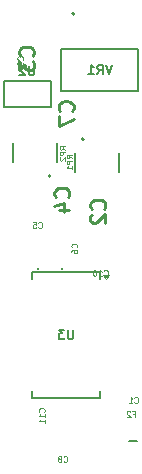
<source format=gbr>
%TF.GenerationSoftware,KiCad,Pcbnew,8.0.2*%
%TF.CreationDate,2024-06-13T12:09:12+05:30*%
%TF.ProjectId,arduino nano,61726475-696e-46f2-906e-616e6f2e6b69,rev?*%
%TF.SameCoordinates,Original*%
%TF.FileFunction,Legend,Bot*%
%TF.FilePolarity,Positive*%
%FSLAX46Y46*%
G04 Gerber Fmt 4.6, Leading zero omitted, Abs format (unit mm)*
G04 Created by KiCad (PCBNEW 8.0.2) date 2024-06-13 12:09:12*
%MOMM*%
%LPD*%
G01*
G04 APERTURE LIST*
%ADD10C,0.254000*%
%ADD11C,0.120000*%
%ADD12C,0.150000*%
%ADD13C,0.125000*%
%ADD14C,0.127000*%
%ADD15C,0.200000*%
G04 APERTURE END LIST*
D10*
X145903365Y-90538333D02*
X145963842Y-90477857D01*
X145963842Y-90477857D02*
X146024318Y-90296428D01*
X146024318Y-90296428D02*
X146024318Y-90175476D01*
X146024318Y-90175476D02*
X145963842Y-89994047D01*
X145963842Y-89994047D02*
X145842889Y-89873095D01*
X145842889Y-89873095D02*
X145721937Y-89812618D01*
X145721937Y-89812618D02*
X145480032Y-89752142D01*
X145480032Y-89752142D02*
X145298603Y-89752142D01*
X145298603Y-89752142D02*
X145056699Y-89812618D01*
X145056699Y-89812618D02*
X144935746Y-89873095D01*
X144935746Y-89873095D02*
X144814794Y-89994047D01*
X144814794Y-89994047D02*
X144754318Y-90175476D01*
X144754318Y-90175476D02*
X144754318Y-90296428D01*
X144754318Y-90296428D02*
X144814794Y-90477857D01*
X144814794Y-90477857D02*
X144875270Y-90538333D01*
X144754318Y-90961666D02*
X144754318Y-91747857D01*
X144754318Y-91747857D02*
X145238127Y-91324523D01*
X145238127Y-91324523D02*
X145238127Y-91505952D01*
X145238127Y-91505952D02*
X145298603Y-91626904D01*
X145298603Y-91626904D02*
X145359080Y-91687380D01*
X145359080Y-91687380D02*
X145480032Y-91747857D01*
X145480032Y-91747857D02*
X145782413Y-91747857D01*
X145782413Y-91747857D02*
X145903365Y-91687380D01*
X145903365Y-91687380D02*
X145963842Y-91626904D01*
X145963842Y-91626904D02*
X146024318Y-91505952D01*
X146024318Y-91505952D02*
X146024318Y-91143095D01*
X146024318Y-91143095D02*
X145963842Y-91022142D01*
X145963842Y-91022142D02*
X145903365Y-90961666D01*
D11*
X148670617Y-98476000D02*
X148442045Y-98316000D01*
X148670617Y-98201714D02*
X148190617Y-98201714D01*
X148190617Y-98201714D02*
X148190617Y-98384571D01*
X148190617Y-98384571D02*
X148213474Y-98430286D01*
X148213474Y-98430286D02*
X148236331Y-98453143D01*
X148236331Y-98453143D02*
X148282045Y-98476000D01*
X148282045Y-98476000D02*
X148350617Y-98476000D01*
X148350617Y-98476000D02*
X148396331Y-98453143D01*
X148396331Y-98453143D02*
X148419188Y-98430286D01*
X148419188Y-98430286D02*
X148442045Y-98384571D01*
X148442045Y-98384571D02*
X148442045Y-98201714D01*
X148670617Y-98681714D02*
X148190617Y-98681714D01*
X148190617Y-98681714D02*
X148190617Y-98864571D01*
X148190617Y-98864571D02*
X148213474Y-98910286D01*
X148213474Y-98910286D02*
X148236331Y-98933143D01*
X148236331Y-98933143D02*
X148282045Y-98956000D01*
X148282045Y-98956000D02*
X148350617Y-98956000D01*
X148350617Y-98956000D02*
X148396331Y-98933143D01*
X148396331Y-98933143D02*
X148419188Y-98910286D01*
X148419188Y-98910286D02*
X148442045Y-98864571D01*
X148442045Y-98864571D02*
X148442045Y-98681714D01*
X148236331Y-99138857D02*
X148213474Y-99161714D01*
X148213474Y-99161714D02*
X148190617Y-99207429D01*
X148190617Y-99207429D02*
X148190617Y-99321714D01*
X148190617Y-99321714D02*
X148213474Y-99367429D01*
X148213474Y-99367429D02*
X148236331Y-99390286D01*
X148236331Y-99390286D02*
X148282045Y-99413143D01*
X148282045Y-99413143D02*
X148327760Y-99413143D01*
X148327760Y-99413143D02*
X148396331Y-99390286D01*
X148396331Y-99390286D02*
X148670617Y-99116000D01*
X148670617Y-99116000D02*
X148670617Y-99413143D01*
D12*
X152647618Y-91297295D02*
X152380951Y-92097295D01*
X152380951Y-92097295D02*
X152114285Y-91297295D01*
X151390475Y-92097295D02*
X151657142Y-91716342D01*
X151847618Y-92097295D02*
X151847618Y-91297295D01*
X151847618Y-91297295D02*
X151542856Y-91297295D01*
X151542856Y-91297295D02*
X151466666Y-91335390D01*
X151466666Y-91335390D02*
X151428571Y-91373485D01*
X151428571Y-91373485D02*
X151390475Y-91449676D01*
X151390475Y-91449676D02*
X151390475Y-91563961D01*
X151390475Y-91563961D02*
X151428571Y-91640152D01*
X151428571Y-91640152D02*
X151466666Y-91678247D01*
X151466666Y-91678247D02*
X151542856Y-91716342D01*
X151542856Y-91716342D02*
X151847618Y-91716342D01*
X150628571Y-92097295D02*
X151085714Y-92097295D01*
X150857142Y-92097295D02*
X150857142Y-91297295D01*
X150857142Y-91297295D02*
X150933333Y-91411580D01*
X150933333Y-91411580D02*
X151009523Y-91487771D01*
X151009523Y-91487771D02*
X151085714Y-91525866D01*
D13*
X145077190Y-90866666D02*
X145101000Y-90842857D01*
X145101000Y-90842857D02*
X145124809Y-90771428D01*
X145124809Y-90771428D02*
X145124809Y-90723809D01*
X145124809Y-90723809D02*
X145101000Y-90652381D01*
X145101000Y-90652381D02*
X145053380Y-90604762D01*
X145053380Y-90604762D02*
X145005761Y-90580952D01*
X145005761Y-90580952D02*
X144910523Y-90557143D01*
X144910523Y-90557143D02*
X144839095Y-90557143D01*
X144839095Y-90557143D02*
X144743857Y-90580952D01*
X144743857Y-90580952D02*
X144696238Y-90604762D01*
X144696238Y-90604762D02*
X144648619Y-90652381D01*
X144648619Y-90652381D02*
X144624809Y-90723809D01*
X144624809Y-90723809D02*
X144624809Y-90771428D01*
X144624809Y-90771428D02*
X144648619Y-90842857D01*
X144648619Y-90842857D02*
X144672428Y-90866666D01*
X145124809Y-91104762D02*
X145124809Y-91200000D01*
X145124809Y-91200000D02*
X145101000Y-91247619D01*
X145101000Y-91247619D02*
X145077190Y-91271428D01*
X145077190Y-91271428D02*
X145005761Y-91319047D01*
X145005761Y-91319047D02*
X144910523Y-91342857D01*
X144910523Y-91342857D02*
X144720047Y-91342857D01*
X144720047Y-91342857D02*
X144672428Y-91319047D01*
X144672428Y-91319047D02*
X144648619Y-91295238D01*
X144648619Y-91295238D02*
X144624809Y-91247619D01*
X144624809Y-91247619D02*
X144624809Y-91152381D01*
X144624809Y-91152381D02*
X144648619Y-91104762D01*
X144648619Y-91104762D02*
X144672428Y-91080952D01*
X144672428Y-91080952D02*
X144720047Y-91057143D01*
X144720047Y-91057143D02*
X144839095Y-91057143D01*
X144839095Y-91057143D02*
X144886714Y-91080952D01*
X144886714Y-91080952D02*
X144910523Y-91104762D01*
X144910523Y-91104762D02*
X144934333Y-91152381D01*
X144934333Y-91152381D02*
X144934333Y-91247619D01*
X144934333Y-91247619D02*
X144910523Y-91295238D01*
X144910523Y-91295238D02*
X144886714Y-91319047D01*
X144886714Y-91319047D02*
X144839095Y-91342857D01*
X154533333Y-119877190D02*
X154557142Y-119901000D01*
X154557142Y-119901000D02*
X154628571Y-119924809D01*
X154628571Y-119924809D02*
X154676190Y-119924809D01*
X154676190Y-119924809D02*
X154747618Y-119901000D01*
X154747618Y-119901000D02*
X154795237Y-119853380D01*
X154795237Y-119853380D02*
X154819047Y-119805761D01*
X154819047Y-119805761D02*
X154842856Y-119710523D01*
X154842856Y-119710523D02*
X154842856Y-119639095D01*
X154842856Y-119639095D02*
X154819047Y-119543857D01*
X154819047Y-119543857D02*
X154795237Y-119496238D01*
X154795237Y-119496238D02*
X154747618Y-119448619D01*
X154747618Y-119448619D02*
X154676190Y-119424809D01*
X154676190Y-119424809D02*
X154628571Y-119424809D01*
X154628571Y-119424809D02*
X154557142Y-119448619D01*
X154557142Y-119448619D02*
X154533333Y-119472428D01*
X154057142Y-119924809D02*
X154342856Y-119924809D01*
X154199999Y-119924809D02*
X154199999Y-119424809D01*
X154199999Y-119424809D02*
X154247618Y-119496238D01*
X154247618Y-119496238D02*
X154295237Y-119543857D01*
X154295237Y-119543857D02*
X154342856Y-119567666D01*
X146403333Y-105067190D02*
X146427142Y-105091000D01*
X146427142Y-105091000D02*
X146498571Y-105114809D01*
X146498571Y-105114809D02*
X146546190Y-105114809D01*
X146546190Y-105114809D02*
X146617618Y-105091000D01*
X146617618Y-105091000D02*
X146665237Y-105043380D01*
X146665237Y-105043380D02*
X146689047Y-104995761D01*
X146689047Y-104995761D02*
X146712856Y-104900523D01*
X146712856Y-104900523D02*
X146712856Y-104829095D01*
X146712856Y-104829095D02*
X146689047Y-104733857D01*
X146689047Y-104733857D02*
X146665237Y-104686238D01*
X146665237Y-104686238D02*
X146617618Y-104638619D01*
X146617618Y-104638619D02*
X146546190Y-104614809D01*
X146546190Y-104614809D02*
X146498571Y-104614809D01*
X146498571Y-104614809D02*
X146427142Y-104638619D01*
X146427142Y-104638619D02*
X146403333Y-104662428D01*
X145950952Y-104614809D02*
X146189047Y-104614809D01*
X146189047Y-104614809D02*
X146212856Y-104852904D01*
X146212856Y-104852904D02*
X146189047Y-104829095D01*
X146189047Y-104829095D02*
X146141428Y-104805285D01*
X146141428Y-104805285D02*
X146022380Y-104805285D01*
X146022380Y-104805285D02*
X145974761Y-104829095D01*
X145974761Y-104829095D02*
X145950952Y-104852904D01*
X145950952Y-104852904D02*
X145927142Y-104900523D01*
X145927142Y-104900523D02*
X145927142Y-105019571D01*
X145927142Y-105019571D02*
X145950952Y-105067190D01*
X145950952Y-105067190D02*
X145974761Y-105091000D01*
X145974761Y-105091000D02*
X146022380Y-105114809D01*
X146022380Y-105114809D02*
X146141428Y-105114809D01*
X146141428Y-105114809D02*
X146189047Y-105091000D01*
X146189047Y-105091000D02*
X146212856Y-105067190D01*
X151971428Y-109127190D02*
X151995237Y-109151000D01*
X151995237Y-109151000D02*
X152066666Y-109174809D01*
X152066666Y-109174809D02*
X152114285Y-109174809D01*
X152114285Y-109174809D02*
X152185713Y-109151000D01*
X152185713Y-109151000D02*
X152233332Y-109103380D01*
X152233332Y-109103380D02*
X152257142Y-109055761D01*
X152257142Y-109055761D02*
X152280951Y-108960523D01*
X152280951Y-108960523D02*
X152280951Y-108889095D01*
X152280951Y-108889095D02*
X152257142Y-108793857D01*
X152257142Y-108793857D02*
X152233332Y-108746238D01*
X152233332Y-108746238D02*
X152185713Y-108698619D01*
X152185713Y-108698619D02*
X152114285Y-108674809D01*
X152114285Y-108674809D02*
X152066666Y-108674809D01*
X152066666Y-108674809D02*
X151995237Y-108698619D01*
X151995237Y-108698619D02*
X151971428Y-108722428D01*
X151495237Y-109174809D02*
X151780951Y-109174809D01*
X151638094Y-109174809D02*
X151638094Y-108674809D01*
X151638094Y-108674809D02*
X151685713Y-108746238D01*
X151685713Y-108746238D02*
X151733332Y-108793857D01*
X151733332Y-108793857D02*
X151780951Y-108817666D01*
X151185714Y-108674809D02*
X151138095Y-108674809D01*
X151138095Y-108674809D02*
X151090476Y-108698619D01*
X151090476Y-108698619D02*
X151066666Y-108722428D01*
X151066666Y-108722428D02*
X151042857Y-108770047D01*
X151042857Y-108770047D02*
X151019047Y-108865285D01*
X151019047Y-108865285D02*
X151019047Y-108984333D01*
X151019047Y-108984333D02*
X151042857Y-109079571D01*
X151042857Y-109079571D02*
X151066666Y-109127190D01*
X151066666Y-109127190D02*
X151090476Y-109151000D01*
X151090476Y-109151000D02*
X151138095Y-109174809D01*
X151138095Y-109174809D02*
X151185714Y-109174809D01*
X151185714Y-109174809D02*
X151233333Y-109151000D01*
X151233333Y-109151000D02*
X151257142Y-109127190D01*
X151257142Y-109127190D02*
X151280952Y-109079571D01*
X151280952Y-109079571D02*
X151304761Y-108984333D01*
X151304761Y-108984333D02*
X151304761Y-108865285D01*
X151304761Y-108865285D02*
X151280952Y-108770047D01*
X151280952Y-108770047D02*
X151257142Y-108722428D01*
X151257142Y-108722428D02*
X151233333Y-108698619D01*
X151233333Y-108698619D02*
X151185714Y-108674809D01*
D12*
X146034523Y-91387295D02*
X146034523Y-92034914D01*
X146034523Y-92034914D02*
X145996428Y-92111104D01*
X145996428Y-92111104D02*
X145958333Y-92149200D01*
X145958333Y-92149200D02*
X145882142Y-92187295D01*
X145882142Y-92187295D02*
X145729761Y-92187295D01*
X145729761Y-92187295D02*
X145653571Y-92149200D01*
X145653571Y-92149200D02*
X145615476Y-92111104D01*
X145615476Y-92111104D02*
X145577380Y-92034914D01*
X145577380Y-92034914D02*
X145577380Y-91387295D01*
X145234524Y-91463485D02*
X145196428Y-91425390D01*
X145196428Y-91425390D02*
X145120238Y-91387295D01*
X145120238Y-91387295D02*
X144929762Y-91387295D01*
X144929762Y-91387295D02*
X144853571Y-91425390D01*
X144853571Y-91425390D02*
X144815476Y-91463485D01*
X144815476Y-91463485D02*
X144777381Y-91539676D01*
X144777381Y-91539676D02*
X144777381Y-91615866D01*
X144777381Y-91615866D02*
X144815476Y-91730152D01*
X144815476Y-91730152D02*
X145272619Y-92187295D01*
X145272619Y-92187295D02*
X144777381Y-92187295D01*
D13*
X154416665Y-120862904D02*
X154583332Y-120862904D01*
X154583332Y-121124809D02*
X154583332Y-120624809D01*
X154583332Y-120624809D02*
X154345237Y-120624809D01*
X154178570Y-120672428D02*
X154154761Y-120648619D01*
X154154761Y-120648619D02*
X154107142Y-120624809D01*
X154107142Y-120624809D02*
X153988094Y-120624809D01*
X153988094Y-120624809D02*
X153940475Y-120648619D01*
X153940475Y-120648619D02*
X153916666Y-120672428D01*
X153916666Y-120672428D02*
X153892856Y-120720047D01*
X153892856Y-120720047D02*
X153892856Y-120767666D01*
X153892856Y-120767666D02*
X153916666Y-120839095D01*
X153916666Y-120839095D02*
X154202380Y-121124809D01*
X154202380Y-121124809D02*
X153892856Y-121124809D01*
D12*
X149359523Y-113712295D02*
X149359523Y-114359914D01*
X149359523Y-114359914D02*
X149321428Y-114436104D01*
X149321428Y-114436104D02*
X149283333Y-114474200D01*
X149283333Y-114474200D02*
X149207142Y-114512295D01*
X149207142Y-114512295D02*
X149054761Y-114512295D01*
X149054761Y-114512295D02*
X148978571Y-114474200D01*
X148978571Y-114474200D02*
X148940476Y-114436104D01*
X148940476Y-114436104D02*
X148902380Y-114359914D01*
X148902380Y-114359914D02*
X148902380Y-113712295D01*
X148597619Y-113712295D02*
X148102381Y-113712295D01*
X148102381Y-113712295D02*
X148369047Y-114017057D01*
X148369047Y-114017057D02*
X148254762Y-114017057D01*
X148254762Y-114017057D02*
X148178571Y-114055152D01*
X148178571Y-114055152D02*
X148140476Y-114093247D01*
X148140476Y-114093247D02*
X148102381Y-114169438D01*
X148102381Y-114169438D02*
X148102381Y-114359914D01*
X148102381Y-114359914D02*
X148140476Y-114436104D01*
X148140476Y-114436104D02*
X148178571Y-114474200D01*
X148178571Y-114474200D02*
X148254762Y-114512295D01*
X148254762Y-114512295D02*
X148483333Y-114512295D01*
X148483333Y-114512295D02*
X148559524Y-114474200D01*
X148559524Y-114474200D02*
X148597619Y-114436104D01*
D13*
X149647190Y-106756666D02*
X149671000Y-106732857D01*
X149671000Y-106732857D02*
X149694809Y-106661428D01*
X149694809Y-106661428D02*
X149694809Y-106613809D01*
X149694809Y-106613809D02*
X149671000Y-106542381D01*
X149671000Y-106542381D02*
X149623380Y-106494762D01*
X149623380Y-106494762D02*
X149575761Y-106470952D01*
X149575761Y-106470952D02*
X149480523Y-106447143D01*
X149480523Y-106447143D02*
X149409095Y-106447143D01*
X149409095Y-106447143D02*
X149313857Y-106470952D01*
X149313857Y-106470952D02*
X149266238Y-106494762D01*
X149266238Y-106494762D02*
X149218619Y-106542381D01*
X149218619Y-106542381D02*
X149194809Y-106613809D01*
X149194809Y-106613809D02*
X149194809Y-106661428D01*
X149194809Y-106661428D02*
X149218619Y-106732857D01*
X149218619Y-106732857D02*
X149242428Y-106756666D01*
X149194809Y-107185238D02*
X149194809Y-107090000D01*
X149194809Y-107090000D02*
X149218619Y-107042381D01*
X149218619Y-107042381D02*
X149242428Y-107018571D01*
X149242428Y-107018571D02*
X149313857Y-106970952D01*
X149313857Y-106970952D02*
X149409095Y-106947143D01*
X149409095Y-106947143D02*
X149599571Y-106947143D01*
X149599571Y-106947143D02*
X149647190Y-106970952D01*
X149647190Y-106970952D02*
X149671000Y-106994762D01*
X149671000Y-106994762D02*
X149694809Y-107042381D01*
X149694809Y-107042381D02*
X149694809Y-107137619D01*
X149694809Y-107137619D02*
X149671000Y-107185238D01*
X149671000Y-107185238D02*
X149647190Y-107209047D01*
X149647190Y-107209047D02*
X149599571Y-107232857D01*
X149599571Y-107232857D02*
X149480523Y-107232857D01*
X149480523Y-107232857D02*
X149432904Y-107209047D01*
X149432904Y-107209047D02*
X149409095Y-107185238D01*
X149409095Y-107185238D02*
X149385285Y-107137619D01*
X149385285Y-107137619D02*
X149385285Y-107042381D01*
X149385285Y-107042381D02*
X149409095Y-106994762D01*
X149409095Y-106994762D02*
X149432904Y-106970952D01*
X149432904Y-106970952D02*
X149480523Y-106947143D01*
X146877190Y-120678571D02*
X146901000Y-120654762D01*
X146901000Y-120654762D02*
X146924809Y-120583333D01*
X146924809Y-120583333D02*
X146924809Y-120535714D01*
X146924809Y-120535714D02*
X146901000Y-120464286D01*
X146901000Y-120464286D02*
X146853380Y-120416667D01*
X146853380Y-120416667D02*
X146805761Y-120392857D01*
X146805761Y-120392857D02*
X146710523Y-120369048D01*
X146710523Y-120369048D02*
X146639095Y-120369048D01*
X146639095Y-120369048D02*
X146543857Y-120392857D01*
X146543857Y-120392857D02*
X146496238Y-120416667D01*
X146496238Y-120416667D02*
X146448619Y-120464286D01*
X146448619Y-120464286D02*
X146424809Y-120535714D01*
X146424809Y-120535714D02*
X146424809Y-120583333D01*
X146424809Y-120583333D02*
X146448619Y-120654762D01*
X146448619Y-120654762D02*
X146472428Y-120678571D01*
X146924809Y-121154762D02*
X146924809Y-120869048D01*
X146924809Y-121011905D02*
X146424809Y-121011905D01*
X146424809Y-121011905D02*
X146496238Y-120964286D01*
X146496238Y-120964286D02*
X146543857Y-120916667D01*
X146543857Y-120916667D02*
X146567666Y-120869048D01*
X146924809Y-121630952D02*
X146924809Y-121345238D01*
X146924809Y-121488095D02*
X146424809Y-121488095D01*
X146424809Y-121488095D02*
X146496238Y-121440476D01*
X146496238Y-121440476D02*
X146543857Y-121392857D01*
X146543857Y-121392857D02*
X146567666Y-121345238D01*
X148533333Y-124877190D02*
X148557142Y-124901000D01*
X148557142Y-124901000D02*
X148628571Y-124924809D01*
X148628571Y-124924809D02*
X148676190Y-124924809D01*
X148676190Y-124924809D02*
X148747618Y-124901000D01*
X148747618Y-124901000D02*
X148795237Y-124853380D01*
X148795237Y-124853380D02*
X148819047Y-124805761D01*
X148819047Y-124805761D02*
X148842856Y-124710523D01*
X148842856Y-124710523D02*
X148842856Y-124639095D01*
X148842856Y-124639095D02*
X148819047Y-124543857D01*
X148819047Y-124543857D02*
X148795237Y-124496238D01*
X148795237Y-124496238D02*
X148747618Y-124448619D01*
X148747618Y-124448619D02*
X148676190Y-124424809D01*
X148676190Y-124424809D02*
X148628571Y-124424809D01*
X148628571Y-124424809D02*
X148557142Y-124448619D01*
X148557142Y-124448619D02*
X148533333Y-124472428D01*
X148247618Y-124639095D02*
X148295237Y-124615285D01*
X148295237Y-124615285D02*
X148319047Y-124591476D01*
X148319047Y-124591476D02*
X148342856Y-124543857D01*
X148342856Y-124543857D02*
X148342856Y-124520047D01*
X148342856Y-124520047D02*
X148319047Y-124472428D01*
X148319047Y-124472428D02*
X148295237Y-124448619D01*
X148295237Y-124448619D02*
X148247618Y-124424809D01*
X148247618Y-124424809D02*
X148152380Y-124424809D01*
X148152380Y-124424809D02*
X148104761Y-124448619D01*
X148104761Y-124448619D02*
X148080952Y-124472428D01*
X148080952Y-124472428D02*
X148057142Y-124520047D01*
X148057142Y-124520047D02*
X148057142Y-124543857D01*
X148057142Y-124543857D02*
X148080952Y-124591476D01*
X148080952Y-124591476D02*
X148104761Y-124615285D01*
X148104761Y-124615285D02*
X148152380Y-124639095D01*
X148152380Y-124639095D02*
X148247618Y-124639095D01*
X148247618Y-124639095D02*
X148295237Y-124662904D01*
X148295237Y-124662904D02*
X148319047Y-124686714D01*
X148319047Y-124686714D02*
X148342856Y-124734333D01*
X148342856Y-124734333D02*
X148342856Y-124829571D01*
X148342856Y-124829571D02*
X148319047Y-124877190D01*
X148319047Y-124877190D02*
X148295237Y-124901000D01*
X148295237Y-124901000D02*
X148247618Y-124924809D01*
X148247618Y-124924809D02*
X148152380Y-124924809D01*
X148152380Y-124924809D02*
X148104761Y-124901000D01*
X148104761Y-124901000D02*
X148080952Y-124877190D01*
X148080952Y-124877190D02*
X148057142Y-124829571D01*
X148057142Y-124829571D02*
X148057142Y-124734333D01*
X148057142Y-124734333D02*
X148080952Y-124686714D01*
X148080952Y-124686714D02*
X148104761Y-124662904D01*
X148104761Y-124662904D02*
X148152380Y-124639095D01*
D10*
X149253365Y-95188333D02*
X149313842Y-95127857D01*
X149313842Y-95127857D02*
X149374318Y-94946428D01*
X149374318Y-94946428D02*
X149374318Y-94825476D01*
X149374318Y-94825476D02*
X149313842Y-94644047D01*
X149313842Y-94644047D02*
X149192889Y-94523095D01*
X149192889Y-94523095D02*
X149071937Y-94462618D01*
X149071937Y-94462618D02*
X148830032Y-94402142D01*
X148830032Y-94402142D02*
X148648603Y-94402142D01*
X148648603Y-94402142D02*
X148406699Y-94462618D01*
X148406699Y-94462618D02*
X148285746Y-94523095D01*
X148285746Y-94523095D02*
X148164794Y-94644047D01*
X148164794Y-94644047D02*
X148104318Y-94825476D01*
X148104318Y-94825476D02*
X148104318Y-94946428D01*
X148104318Y-94946428D02*
X148164794Y-95127857D01*
X148164794Y-95127857D02*
X148225270Y-95188333D01*
X148104318Y-95611666D02*
X148104318Y-96458333D01*
X148104318Y-96458333D02*
X149374318Y-95914047D01*
X148903365Y-102488333D02*
X148963842Y-102427857D01*
X148963842Y-102427857D02*
X149024318Y-102246428D01*
X149024318Y-102246428D02*
X149024318Y-102125476D01*
X149024318Y-102125476D02*
X148963842Y-101944047D01*
X148963842Y-101944047D02*
X148842889Y-101823095D01*
X148842889Y-101823095D02*
X148721937Y-101762618D01*
X148721937Y-101762618D02*
X148480032Y-101702142D01*
X148480032Y-101702142D02*
X148298603Y-101702142D01*
X148298603Y-101702142D02*
X148056699Y-101762618D01*
X148056699Y-101762618D02*
X147935746Y-101823095D01*
X147935746Y-101823095D02*
X147814794Y-101944047D01*
X147814794Y-101944047D02*
X147754318Y-102125476D01*
X147754318Y-102125476D02*
X147754318Y-102246428D01*
X147754318Y-102246428D02*
X147814794Y-102427857D01*
X147814794Y-102427857D02*
X147875270Y-102488333D01*
X148177651Y-103576904D02*
X149024318Y-103576904D01*
X147693842Y-103274523D02*
X148600984Y-102972142D01*
X148600984Y-102972142D02*
X148600984Y-103758333D01*
X151953365Y-103488333D02*
X152013842Y-103427857D01*
X152013842Y-103427857D02*
X152074318Y-103246428D01*
X152074318Y-103246428D02*
X152074318Y-103125476D01*
X152074318Y-103125476D02*
X152013842Y-102944047D01*
X152013842Y-102944047D02*
X151892889Y-102823095D01*
X151892889Y-102823095D02*
X151771937Y-102762618D01*
X151771937Y-102762618D02*
X151530032Y-102702142D01*
X151530032Y-102702142D02*
X151348603Y-102702142D01*
X151348603Y-102702142D02*
X151106699Y-102762618D01*
X151106699Y-102762618D02*
X150985746Y-102823095D01*
X150985746Y-102823095D02*
X150864794Y-102944047D01*
X150864794Y-102944047D02*
X150804318Y-103125476D01*
X150804318Y-103125476D02*
X150804318Y-103246428D01*
X150804318Y-103246428D02*
X150864794Y-103427857D01*
X150864794Y-103427857D02*
X150925270Y-103488333D01*
X150925270Y-103972142D02*
X150864794Y-104032618D01*
X150864794Y-104032618D02*
X150804318Y-104153571D01*
X150804318Y-104153571D02*
X150804318Y-104455952D01*
X150804318Y-104455952D02*
X150864794Y-104576904D01*
X150864794Y-104576904D02*
X150925270Y-104637380D01*
X150925270Y-104637380D02*
X151046222Y-104697857D01*
X151046222Y-104697857D02*
X151167175Y-104697857D01*
X151167175Y-104697857D02*
X151348603Y-104637380D01*
X151348603Y-104637380D02*
X152074318Y-103911666D01*
X152074318Y-103911666D02*
X152074318Y-104697857D01*
D11*
X149261017Y-99206500D02*
X149032445Y-99046500D01*
X149261017Y-98932214D02*
X148781017Y-98932214D01*
X148781017Y-98932214D02*
X148781017Y-99115071D01*
X148781017Y-99115071D02*
X148803874Y-99160786D01*
X148803874Y-99160786D02*
X148826731Y-99183643D01*
X148826731Y-99183643D02*
X148872445Y-99206500D01*
X148872445Y-99206500D02*
X148941017Y-99206500D01*
X148941017Y-99206500D02*
X148986731Y-99183643D01*
X148986731Y-99183643D02*
X149009588Y-99160786D01*
X149009588Y-99160786D02*
X149032445Y-99115071D01*
X149032445Y-99115071D02*
X149032445Y-98932214D01*
X149261017Y-99412214D02*
X148781017Y-99412214D01*
X148781017Y-99412214D02*
X148781017Y-99595071D01*
X148781017Y-99595071D02*
X148803874Y-99640786D01*
X148803874Y-99640786D02*
X148826731Y-99663643D01*
X148826731Y-99663643D02*
X148872445Y-99686500D01*
X148872445Y-99686500D02*
X148941017Y-99686500D01*
X148941017Y-99686500D02*
X148986731Y-99663643D01*
X148986731Y-99663643D02*
X149009588Y-99640786D01*
X149009588Y-99640786D02*
X149032445Y-99595071D01*
X149032445Y-99595071D02*
X149032445Y-99412214D01*
X149261017Y-100143643D02*
X149261017Y-99869357D01*
X149261017Y-100006500D02*
X148781017Y-100006500D01*
X148781017Y-100006500D02*
X148849588Y-99960786D01*
X148849588Y-99960786D02*
X148895302Y-99915071D01*
X148895302Y-99915071D02*
X148918160Y-99869357D01*
D14*
%TO.C,RP2*%
X144241000Y-97935000D02*
X144241000Y-99535000D01*
X147959000Y-99535000D02*
X147959000Y-97935000D01*
D15*
X147445000Y-100720000D02*
G75*
G02*
X147245000Y-100720000I-100000J0D01*
G01*
X147245000Y-100720000D02*
G75*
G02*
X147445000Y-100720000I100000J0D01*
G01*
D14*
%TO.C,VR1*%
X148350000Y-89985000D02*
X154850000Y-89985000D01*
X148350000Y-93485000D02*
X148350000Y-89985000D01*
X154850000Y-89985000D02*
X154850000Y-93485000D01*
X154850000Y-93485000D02*
X148350000Y-93485000D01*
D15*
X149450000Y-86985000D02*
G75*
G02*
X149250000Y-86985000I-100000J0D01*
G01*
X149250000Y-86985000D02*
G75*
G02*
X149450000Y-86985000I100000J0D01*
G01*
%TO.C,C5*%
X146420000Y-108590000D02*
G75*
G02*
X146320000Y-108590000I-50000J0D01*
G01*
X146320000Y-108590000D02*
G75*
G02*
X146420000Y-108590000I50000J0D01*
G01*
D14*
%TO.C,U2*%
X143500000Y-92650000D02*
X143500000Y-94850000D01*
X143500000Y-94850000D02*
X147500000Y-94850000D01*
X147500000Y-92650000D02*
X143500000Y-92650000D01*
X147500000Y-94850000D02*
X147500000Y-92650000D01*
D15*
%TO.C,F2*%
X154075000Y-123150000D02*
X154725000Y-123150000D01*
D12*
%TO.C,U3*%
X145875000Y-108825000D02*
X151625000Y-108825000D01*
X145875000Y-109400000D02*
X145875000Y-108825000D01*
X145875000Y-119475000D02*
X145875000Y-118900000D01*
X145875000Y-119475000D02*
X151625000Y-119475000D01*
X151625000Y-109400000D02*
X151625000Y-108825000D01*
X151625000Y-119475000D02*
X151625000Y-118900000D01*
D11*
X152125000Y-109400000D02*
X151885000Y-109070000D01*
X152365000Y-109070000D01*
X152125000Y-109400000D01*
G36*
X152125000Y-109400000D02*
G01*
X151885000Y-109070000D01*
X152365000Y-109070000D01*
X152125000Y-109400000D01*
G37*
D15*
%TO.C,C6*%
X148420000Y-108590000D02*
G75*
G02*
X148320000Y-108590000I-50000J0D01*
G01*
X148320000Y-108590000D02*
G75*
G02*
X148420000Y-108590000I50000J0D01*
G01*
D14*
%TO.C,RP1*%
X149541000Y-98787500D02*
X149541000Y-100387500D01*
X153259000Y-100387500D02*
X153259000Y-98787500D01*
D15*
X150255000Y-97602500D02*
G75*
G02*
X150055000Y-97602500I-100000J0D01*
G01*
X150055000Y-97602500D02*
G75*
G02*
X150255000Y-97602500I100000J0D01*
G01*
%TD*%
M02*

</source>
